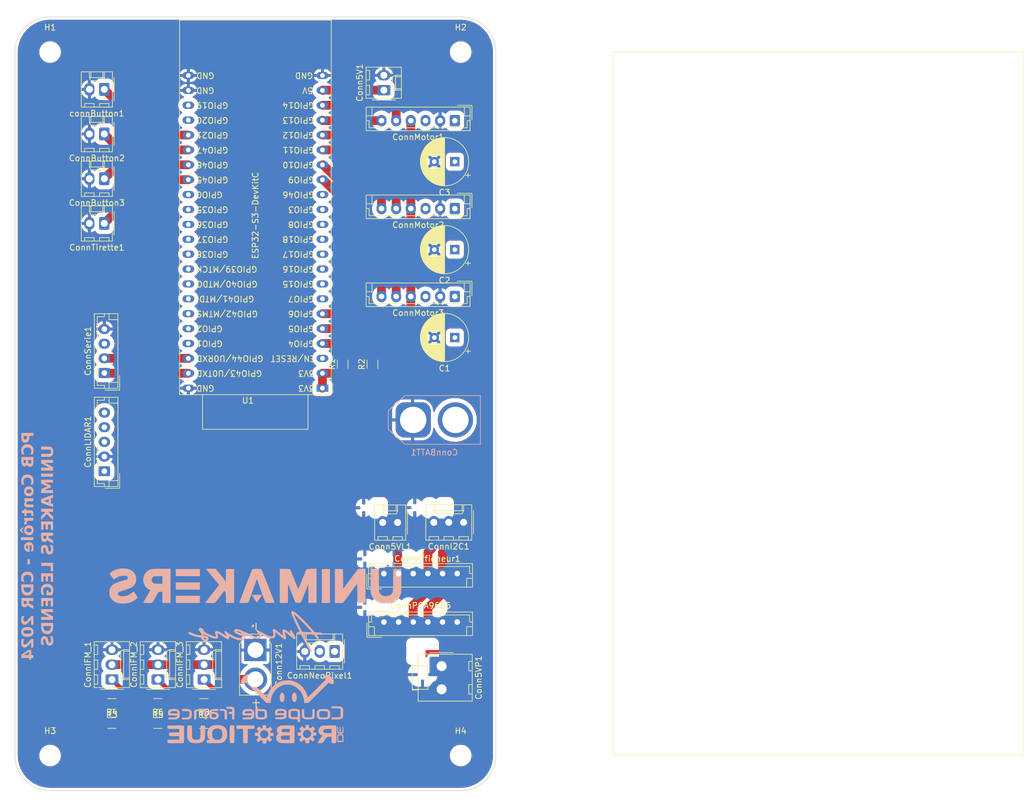
<source format=kicad_pcb>
(kicad_pcb (version 20221018) (generator pcbnew)
  (layers (0 "F.Cu" signal) (31 "B.Cu" signal) (34 "B.Paste" user) (35 "F.Paste" user) (36 "B.SilkS" user "B.Silkscreen") (37 "F.SilkS" user "F.Silkscreen") (38 "B.Mask" user) (39 "F.Mask" user) (44 "Edge.Cuts" user))
  (net 0 "")
  (net 1 "+BATT")
  (net 2 "GND")
  (net 3 "+5V")
  (net 4 "+5VL")
  (net 5 "+5VP")
  (net 6 "+12V")
  (net 7 "SCL")
  (net 8 "SDA")
  (net 9 "RESET_OLED")
  (net 10 "logique1")
  (net 11 "logique2")
  (net 12 "logique3")
  (net 13 "Net-(ConnIFM_1-Pin_1)")
  (net 14 "Net-(ConnIFM_2-Pin_1)")
  (net 15 "Net-(ConnIFM_3-Pin_1)")
  (net 16 "PWMLIDAR")
  (net 17 "LIDARRX")
  (net 18 "LIDARTX")
  (net 20 "EN")
  (net 21 "STEP1")
  (net 22 "DIR1")
  (net 24 "STEP2")
  (net 25 "DIR2")
  (net 27 "STEP3")
  (net 28 "DIR3")
  (net 29 "Neopixel")
  (net 30 "SERVO_ENABLE")
  (net 31 "SERIAL_TX")
  (net 32 "SERIAL_RX")
  (net 33 "Tirette")
  (net 34 "+3.3V")
  (net 35 "IFM1")
  (net 36 "IFM2")
  (net 37 "IFM3")
  (footprint "MountingHole:MountingHole_3.2mm_M3" (layer "F.Cu") (at 330 80)
    (fp_text reference "H2" (at 0 -4.2) (layer "F.SilkS"))
    (fp_text value "MountingHole")
    (pad "" np_thru_hole circle locked (at 0 0) (size 3.2 3.2) (drill 3.2) (layers "*.Cu" "*.Mask"))
  )
  (footprint "MountingHole:MountingHole_3.2mm_M3" (layer "F.Cu") (at 260 80)
    (fp_text reference "H1" (at 0 -4.2) (layer "F.SilkS"))
    (fp_text value "MountingHole")
    (pad "" np_thru_hole circle locked (at 0 0) (size 3.2 3.2) (drill 3.2) (layers "*.Cu" "*.Mask"))
  )
  (footprint "Connector_Molex:Molex_KK-254_AE-6410-02A_1x02_P2.54mm_Vertical" (layer "F.Cu") (at 269.24 101.6 180)
    (fp_text reference "ConnButton3" (at 1.27 -4.12) (layer "F.SilkS"))
    (fp_text value "ConnButton3")
    (pad "1" thru_hole roundrect (at 0 0 180) (size 1.74 2.19) (drill 1.19) (layers "*.Cu" "*.Mask") (roundrect_rratio 0.143678) (net 12 "logique3"))
    (pad "2" thru_hole oval (at 2.54 0 180) (size 1.74 2.19) (drill 1.19) (layers "*.Cu" "*.Mask") (net 2 "GND"))
  )
  (footprint "Connector_Molex:Molex_KK-254_AE-6410-03A_1x03_P2.54mm_Vertical" (layer "F.Cu") (at 286.25 187.04 90)
    (fp_text reference "ConnIFM_3" (at 2.54 -4.12 90) (layer "F.SilkS"))
    (fp_text value "ConnIFM_3")
    (pad "1" thru_hole roundrect (at 0 0 90) (size 1.74 2.19) (drill 1.19) (layers "*.Cu" "*.Mask") (roundrect_rratio 0.143678) (net 15 "Net-(ConnIFM_3-Pin_1)"))
    (pad "2" thru_hole oval (at 2.54 0 90) (size 1.74 2.19) (drill 1.19) (layers "*.Cu" "*.Mask") (net 6 "+12V"))
    (pad "3" thru_hole oval (at 5.08 0 90) (size 1.74 2.19) (drill 1.19) (layers "*.Cu" "*.Mask") (net 2 "GND"))
  )
  (footprint "Connector_JST:JST_EH_B5B-EH-A_1x05_P2.50mm_Vertical" (layer "F.Cu") (at 269.25 151.5 90)
    (fp_text reference "ConnLIDAR1" (at 5 -2.8 90) (layer "F.SilkS"))
    (fp_text value "ConnLIDAR")
    (pad "1" thru_hole roundrect (at 0 0 90) (size 1.7 1.95) (drill 0.95) (layers "*.Cu" "*.Mask") (roundrect_rratio 0.147059) (net 16 "PWMLIDAR"))
    (pad "2" thru_hole oval (at 2.5 0 90) (size 1.7 1.95) (drill 0.95) (layers "*.Cu" "*.Mask") (net 2 "GND"))
    (pad "3" thru_hole oval (at 5 0 90) (size 1.7 1.95) (drill 0.95) (layers "*.Cu" "*.Mask") (net 17 "LIDARRX"))
    (pad "4" thru_hole oval (at 7.5 0 90) (size 1.7 1.95) (drill 0.95) (layers "*.Cu" "*.Mask") (net 18 "LIDARTX"))
    (pad "5" thru_hole oval (at 10 0 90) (size 1.7 1.95) (drill 0.95) (layers "*.Cu" "*.Mask") (net 4 "+5VL"))
  )
  (footprint "Connector_Molex:Molex_KK-254_AE-6410-03A_1x03_P2.54mm_Vertical" (layer "F.Cu") (at 330.5 160.23 180)
    (fp_text reference "ConnI2C1" (at 2.54 -4.12) (layer "F.SilkS"))
    (fp_text value "ConnI2C")
    (pad "1" thru_hole roundrect (at 0 0 180) (size 1.74 2.19) (drill 1.19) (layers "*.Cu" "*.Mask") (roundrect_rratio 0.143678) (net 8 "SDA"))
    (pad "2" thru_hole oval (at 2.54 0 180) (size 1.74 2.19) (drill 1.19) (layers "*.Cu" "*.Mask") (net 7 "SCL"))
    (pad "3" thru_hole oval (at 5.08 0 180) (size 1.74 2.19) (drill 1.19) (layers "*.Cu" "*.Mask") (net 2 "GND"))
  )
  (footprint "Resistor_SMD:R_1206_3216Metric_Pad1.30x1.75mm_HandSolder" (layer "F.Cu") (at 270.53 191.21 180)
    (fp_text reference "R3" (at 0 -1.82) (layer "F.SilkS"))
    (fp_text value "470")
    (pad "1" smd roundrect (at -1.55 0 180) (size 1.3 1.75) (layers "F.Cu" "F.Paste" "F.Mask") (roundrect_rratio 0.192308) (net 13 "Net-(ConnIFM_1-Pin_1)"))
    (pad "2" smd roundrect (at 1.55 0 180) (size 1.3 1.75) (layers "F.Cu" "F.Paste" "F.Mask") (roundrect_rratio 0.192308) (net 35 "IFM1"))
  )
  (footprint "Resistor_SMD:R_1206_3216Metric_Pad1.30x1.75mm_HandSolder" (layer "F.Cu") (at 314.96 133.25 90)
    (fp_text reference "R2" (at 0 -1.82 90) (layer "F.SilkS"))
    (fp_text value "4,7k")
    (pad "1" smd roundrect (at -1.55 0 90) (size 1.3 1.75) (layers "F.Cu" "F.Paste" "F.Mask") (roundrect_rratio 0.192308) (net 34 "+3.3V"))
    (pad "2" smd roundrect (at 1.55 0 90) (size 1.3 1.75) (layers "F.Cu" "F.Paste" "F.Mask") (roundrect_rratio 0.192308) (net 8 "SDA"))
  )
  (footprint "Connector_JST:JST_EH_B4B-EH-A_1x04_P2.50mm_Vertical" (layer "F.Cu") (at 269.25 134.75 90)
    (fp_text reference "ConnSerie1" (at 3.75 -2.8 90) (layer "F.SilkS"))
    (fp_text value "ConnSerie")
    (pad "1" thru_hole roundrect (at 0 0 90) (size 1.7 1.95) (drill 0.95) (layers "*.Cu" "*.Mask") (roundrect_rratio 0.147059) (net 31 "SERIAL_TX"))
    (pad "2" thru_hole oval (at 2.5 0 90) (size 1.7 1.95) (drill 0.95) (layers "*.Cu" "*.Mask") (net 32 "SERIAL_RX"))
    (pad "3" thru_hole oval (at 5 0 90) (size 1.7 1.95) (drill 0.95) (layers "*.Cu" "*.Mask") (net 4 "+5VL"))
    (pad "4" thru_hole oval (at 7.5 0 90) (size 1.7 1.95) (drill 0.95) (layers "*.Cu" "*.Mask") (net 2 "GND"))
  )
  (footprint "Resistor_SMD:R_1206_3216Metric_Pad1.30x1.75mm_HandSolder" (layer "F.Cu") (at 286.23 191.21 180)
    (fp_text reference "R7" (at 0 -1.82) (layer "F.SilkS"))
    (fp_text value "470")
    (pad "1" smd roundrect (at -1.55 0 180) (size 1.3 1.75) (layers "F.Cu" "F.Paste" "F.Mask") (roundrect_rratio 0.192308) (net 15 "Net-(ConnIFM_3-Pin_1)"))
    (pad "2" smd roundrect (at 1.55 0 180) (size 1.3 1.75) (layers "F.Cu" "F.Paste" "F.Mask") (roundrect_rratio 0.192308) (net 37 "IFM3"))
  )
  (footprint "Connector_Molex:Molex_KK-254_AE-6410-03A_1x03_P2.54mm_Vertical" (layer "F.Cu") (at 308.5 182.25 180)
    (fp_text reference "ConnNeoPixel1" (at 2.54 -4.12) (layer "F.SilkS"))
    (fp_text value "ConnNeoPixel")
    (pad "1" thru_hole roundrect (at 0 0 180) (size 1.74 2.19) (drill 1.19) (layers "*.Cu" "*.Mask") (roundrect_rratio 0.143678) (net 29 "Neopixel"))
    (pad "2" thru_hole oval (at 2.54 0 180) (size 1.74 2.19) (drill 1.19) (layers "*.Cu" "*.Mask") (net 5 "+5VP"))
    (pad "3" thru_hole oval (at 5.08 0 180) (size 1.74 2.19) (drill 1.19) (layers "*.Cu" "*.Mask") (net 2 "GND"))
  )
  (footprint "Resistor_SMD:R_1206_3216Metric_Pad1.30x1.75mm_HandSolder" (layer "F.Cu") (at 286.23 194.46)
    (fp_text reference "R8" (at 0 -1.82) (layer "F.SilkS"))
    (fp_text value "110")
    (pad "1" smd roundrect (at -1.55 0) (size 1.3 1.75) (layers "F.Cu" "F.Paste" "F.Mask") (roundrect_rratio 0.192308) (net 37 "IFM3"))
    (pad "2" smd roundrect (at 1.55 0) (size 1.3 1.75) (layers "F.Cu" "F.Paste" "F.Mask") (roundrect_rratio 0.192308) (net 2 "GND"))
  )
  (footprint "Connector_JST:JST_EH_B6B-EH-A_1x06_P2.50mm_Vertical" (layer "F.Cu") (at 329 91.7 180)
    (fp_text reference "ConnMotor1" (at 6.25 -2.8 180) (layer "F.SilkS"))
    (fp_text value "ConnMotor1")
    (pad "1" thru_hole roundrect (at 0 0 180) (size 1.7 1.95) (drill 0.95) (layers "*.Cu" "*.Mask") (roundrect_rratio 0.147059) (net 1 "+BATT"))
    (pad "2" thru_hole oval (at 2.5 0 180) (size 1.7 1.95) (drill 0.95) (layers "*.Cu" "*.Mask") (net 2 "GND"))
    (pad "3" thru_hole oval (at 5 0 180) (size 1.7 1.95) (drill 0.95) (layers "*.Cu" "*.Mask"))
    (pad "4" thru_hole oval (at 7.5 0 180) (size 1.7 1.95) (drill 0.95) (layers "*.Cu" "*.Mask") (net 20 "EN"))
    (pad "5" thru_hole oval (at 10 0 180) (size 1.7 1.95) (drill 0.95) (layers "*.Cu" "*.Mask") (net 21 "STEP1"))
    (pad "6" thru_hole oval (at 12.5 0 180) (size 1.7 1.95) (drill 0.95) (layers "*.Cu" "*.Mask") (net 22 "DIR1"))
  )
  (footprint "Connector_Molex:Molex_KK-396_A-41791-0002_1x02_P3.96mm_Vertical" (layer "F.Cu") (at 326.75 184.75 -90)
    (fp_text reference "Conn5VP1" (at 1.98 -6.31 -270) (layer "F.SilkS"))
    (fp_text value "Conn5VP")
    (pad "1" thru_hole roundrect (at 0 0 270) (size 3.16 4.1) (drill 1.7) (layers "*.Cu" "*.Mask") (roundrect_rratio 0.079114) (net 5 "+5VP"))
    (pad "2" thru_hole oval (at 3.96 0 270) (size 3.16 4.1) (drill 1.7) (layers "*.Cu" "*.Mask") (net 2 "GND"))
  )
  (footprint "Capacitor_THT:CP_Radial_D8.0mm_P3.50mm" (layer "F.Cu") (at 329 98.7 180)
    (fp_text reference "C3" (at 1.75 -5.25) (layer "F.SilkS"))
    (fp_text value "C_Polarized")
    (pad "1" thru_hole rect (at 0 0 180) (size 1.6 1.6) (drill 0.8) (layers "*.Cu" "*.Mask") (net 1 "+BATT"))
    (pad "2" thru_hole circle (at 3.5 0 180) (size 1.6 1.6) (drill 0.8) (layers "*.Cu" "*.Mask") (net 2 "GND"))
  )
  (footprint "Connector_JST:JST_EH_B6B-EH-A_1x06_P2.50mm_Vertical" (layer "F.Cu") (at 316.91 168.97)
    (fp_text reference "ConnAfficheur1" (at 7.42 -2.54) (layer "F.SilkS"))
    (fp_text value "ConnAfficheur")
    (pad "1" thru_hole roundrect (at 0 0) (size 1.7 1.95) (drill 0.95) (layers "*.Cu" "*.Mask") (roundrect_rratio 0.147059) (net 2 "GND"))
    (pad "2" thru_hole oval (at 2.5 0) (size 1.7 1.95) (drill 0.95) (layers "*.Cu" "*.Mask") (net 4 "+5VL"))
    (pad "3" thru_hole oval (at 5 0) (size 1.7 1.95) (drill 0.95) (layers "*.Cu" "*.Mask") (net 2 "GND"))
    (pad "4" thru_hole oval (at 7.5 0) (size 1.7 1.95) (drill 0.95) (layers "*.Cu" "*.Mask") (net 7 "SCL"))
    (pad "5" thru_hole oval (at 10 0) (size 1.7 1.95) (drill 0.95) (layers "*.Cu" "*.Mask") (net 8 "SDA"))
    (pad "6" thru_hole oval (at 12.5 0) (size 1.7 1.95) (drill 0.95) (layers "*.Cu" "*.Mask") (net 9 "RESET_OLED"))
  )
  (footprint "Connector_JST:JST_EH_B6B-EH-A_1x06_P2.50mm_Vertical" (layer "F.Cu") (at 329 106.7 180)
    (fp_text reference "ConnMotor2" (at 6.25 -2.8 180) (layer "F.SilkS"))
    (fp_text value "ConnMotor2")
    (pad "1" thru_hole roundrect (at 0 0 180) (size 1.7 1.95) (drill 0.95) (layers "*.Cu" "*.Mask") (roundrect_rratio 0.147059) (net 1 "+BATT"))
    (pad "2" thru_hole oval (at 2.5 0 180) (size 1.7 1.95) (drill 0.95) (layers "*.Cu" "*.Mask") (net 2 "GND"))
    (pad "3" thru_hole oval (at 5 0 180) (size 1.7 1.95) (drill 0.95) (layers "*.Cu" "*.Mask"))
    (pad "4" thru_hole oval (at 7.5 0 180) (size 1.7 1.95) (drill 0.95) (layers "*.Cu" "*.Mask") (net 20 "EN"))
    (pad "5" thru_hole oval (at 10 0 180) (size 1.7 1.95) (drill 0.95) (layers "*.Cu" "*.Mask") (net 24 "STEP2"))
    (pad "6" thru_hole oval (at 12.5 0 180) (size 1.7 1.95) (drill 0.95) (layers "*.Cu" "*.Mask") (net 25 "DIR2"))
  )
  (footprint "Connector_Molex:Molex_KK-254_AE-6410-02A_1x02_P2.54mm_Vertical" (layer "F.Cu") (at 316.9 86.5 90)
    (fp_text reference "Conn5V1" (at 1.27 -4.12 90) (layer "F.SilkS"))
    (fp_text value "Conn5V")
    (pad "1" thru_hole roundrect (at 0 0 90) (size 1.74 2.19) (drill 1.19) (layers "*.Cu" "*.Mask") (roundrect_rratio 0.143678) (net 3 "+5V"))
    (pad "2" thru_hole oval (at 2.54 0 90) (size 1.74 2.19) (drill 1.19) (layers "*.Cu" "*.Mask") (net 2 "GND"))
  )
  (footprint "PCM_Espressif:ESP32-S3-DevKitC" (layer "F.Cu") (at 306.43 137.33728 180)
    (fp_text reference "U1" (at 12.7 -2.1) (layer "F.SilkS"))
    (fp_text value "ESP32-S3-DevKitC" (at 11.42632 29.46128 90) (layer "F.SilkS"))
    (fp_text user "GPIO2" (at 21.59 10.16 180 unlocked) (layer "F.SilkS") (effects (justify right)))
    (fp_text user "GPIO20" (at 21.59 45.72 180 unlocked) (layer "F.SilkS") (effects (justify right)))
    (fp_text user "GPIO39/MTCK" (at 21.59 20.32 180 unlocked) (layer "F.SilkS") (effects (justify right)))
    (fp_text user "GPIO14" (at 1.27 48.26 180 unlocked) (layer "F.SilkS") (effects (justify left)))
    (fp_text user "GND" (at 21.59 53.34 180 unlocked) (layer "F.SilkS") (effects (justify right)))
    (fp_text user "GPIO37" (at 21.59 25.4 180 unlocked) (layer "F.SilkS") (effects (justify right)))
    (fp_text user "GPIO8" (at 1.27 27.94 180 unlocked) (layer "F.SilkS") (effects (justify left)))
    (fp_text user "GND" (at 1.52032 53.33728 180 unlocked) (layer "F.SilkS") (effects (justify left)))
    (fp_text user "EN/RESET" (at 8.88632 5.07728 180 unlocked) (layer "F.SilkS") (effects (justify right)))
    (fp_text user "GPIO3" (at 1.27 30.48 180 unlocked) (layer "F.SilkS") (effects (justify left)))
    (fp_text user "GPIO0" (at 21.59 33.02 180 unlocked) (layer "F.SilkS") (effects (justify right)))
    (fp_text user "GPIO17" (at 1.27 22.86 180 unlocked) (layer "F.SilkS") (effects (justify left)))
    (fp_text user "GPIO48" (at 21.59 38.1 180 unlocked) (layer "F.SilkS") (effects (justify right)))
    (fp_text user "3V3" (at 1.27 0 180 unlocked) (layer "F.SilkS") (effects (justify left)))
    (fp_text user "GPIO10" (at 1.27 38.1 180 unlocked) (layer "F.SilkS") (effects (justify left)))
    (fp_text user "5V" (at 1.52032 50.79728 180 unlocked) (layer "F.SilkS") (effects (justify left)))
    (fp_text user "GPIO46" (at 1.27 33.02 180 unlocked) (layer "F.SilkS") (effects (justify left)))
    (fp_text user "GPIO13" (at 1.27 45.72 180 unlocked) (layer "F.SilkS") (effects (justify left)))
    (fp_text user "GPIO4" (at 1.27 7.62 180 unlocked) (layer "F.SilkS") (effects (justify left)))
    (fp_text user "GPIO12" (at 1.27 43.18 180 unlocked) (layer "F.SilkS") (effects (justify left)))
    (fp_text user "GPIO44/U0RXD" (at 21.59 5.08 180 unlocked) (layer "F.SilkS") (effects (justify right)))
    (fp_text user "GPIO45" (at 21.59 35.56 180 unlocked) (layer "F.SilkS") (effects (justify right)))
    (fp_text user "GPIO35" (at 21.59 30.48 180 unlocked) (layer "F.SilkS") (effects (justify right)))
    (fp_text user "GND" (at 21.59 50.8 180 unlocked) (layer "F.SilkS") (effects (justify right)))
    (fp_text user "GPIO41/MTDI" (at 21.59 15.24 180 unlocked) (layer "F.SilkS") (effects (justify right)))
    (fp_text user "GPIO6" (at 1.27 12.7 180 unlocked) (layer "F.SilkS") (effects (justify left)))
    (fp_text user "GND" (at 21.59 0 180 unlocked) (layer "F.SilkS") (effects (justify right)))
    (fp_text user "GPIO43/U0TXD" (at 21.59 2.54 180 unlocked) (layer "F.SilkS") (effects (justify right)))
    (fp_text user "GPIO9" (at 1.27 35.56 180 unlocked) (layer "F.SilkS") (effects (justify left)))
    (fp_text user "GPIO5" (at 1.27 10.16 180 unlocked) (layer "F.SilkS") (effects (justify left)))
    (fp_text user "GPIO16" (at 1.27 20.32 180 unlocked) (layer "F.SilkS") (effects (justify left)))
    (fp_text user "GPIO1" (at 21.59 7.62 180 unlocked) (layer "F.SilkS") (effects (justify right)))
    (fp_text user "GPIO11" (at 1.27 40.64 180 unlocked) (layer "F.SilkS") (effects (justify left)))
    (fp_text user "GPIO36" (at 21.59 27.94 180 unlocked) (layer "F.SilkS") (effects (justify right)))
    (fp_text user "GPIO18" (at 1.27 25.4 180 unlocked) (layer "F.SilkS") (effects (justify left)))
    (fp_text user "GPIO40/MTDO" (at 21.59 17.78 180 unlocked) (layer "F.SilkS") (effects (justify right)))
    (fp_text user "GPIO15" (at 1.27 17.78 180 unlocked) (layer "F.SilkS") (effects (justify left)))
    (fp_text user "GPIO42/MTMS" (at 21.59 12.7 180 unlocked) (layer "F.SilkS") (effects (justify right)))
    (fp_text user "GPIO19" (at 21.59 48.26 180 unlocked) (layer "F.SilkS") (effects (justify right)))
    (fp_text user "3V3" (at 1.27 2.54 180 unlocked) (layer "F.SilkS") (effects (justify left)))
    (fp_text user "GPIO7" (at 1.27 15.24 180 unlocked) (layer "F.SilkS") (effects (justify left)))
    (fp_text user "GPIO21" (at 21.59 43.18 180 unlocked) (layer "F.SilkS") (effects (justify right)))
    (fp_text user "GPIO47" (at 21.59 40.64 180 unlocked) (layer "F.SilkS") (effects (justify right)))
    (fp_text user "GPIO38" (at 21.59 22.86 180 unlocked) (layer "F.SilkS") (effects (justify right)))
    (pad "1" thru_hole rect (at 0 0 90) (size 1.2 2) (drill 0.8) (layers "*.Cu" "*.Mask") (net 34 "+3.3V"))
    (pad "2" thru_hole oval (at 0 2.54 90) (size 1.2 2) (drill 0.8) (layers "*.Cu" "*.Mask") (net 34 "+3.3V"))
    (pad "3" thru_hole oval (at 0 5.08 90) (size 1.2 2) (drill 0.8) (layers "*.Cu" "*.Mask"))
    (pad "4" thru_hole oval (at 0 7.62 90) (size 1.2 2) (drill 0.8) (layers "*.Cu" "*.Mask") (net 7 "SCL"))
    (pad "5" thru_hole oval (at 0 10.16 90) (size 1.2 2) (drill 0.8) (layers "*.Cu" "*.Mask") (net 8 "SDA"))
    (pad "6" thru_hole oval (at 0 12.7 90) (size 1.2 2) (drill 0.8) (layers "*.Cu" "*.Mask") (net 20 "EN"))
    (pad "7" thru_hole oval (at 0 15.24 90) (size 1.2 2) (drill 0.8) (layers "*.Cu" "*.Mask") (net 29 "Neopixel"))
    (pad "8" thru_hole oval (at 0 17.78 90) (size 1.2 2) (drill 0.8) (layers "*.Cu" "*.Mask"))
    (pad "9" thru_hole oval (at 0 20.32 90) (size 1.2 2) (drill 0.8) (layers "*.Cu" "*.Mask"))
    (pad "10" thru_hole oval (at 0 22.86 90) (size 1.2 2) (drill 0.8) (layers "*.Cu" "*.Mask") (net 17 "LIDARRX"))
    (pad "11" thru_hole oval (at 0 25.4 90) (size 1.2 2) (drill 0.8) (layers "*.Cu" "*.Mask") (net 18 "LIDARTX"))
    (pad "12" thru_hole oval (at 0 27.94 90) (size 1.2 2) (drill 0.8) (layers "*.Cu" "*.Mask"))
    (pad "13" thru_hole oval (at 0 30.48 90) (size 1.2 2) (drill 0.8) (layers "*.Cu" "*.Mask") (net 16 "PWMLIDAR"))
    (pad "14" thru_hole oval (at 0 33.02 90) (size 1.2 2) (drill 0.8) (layers "*.Cu" "*.Mask") (net 37 "IFM3"))
    (pad "15" thru_hole oval (at 0 35.56 90) (size 1.2 2) (drill 0.8) (layers "*.Cu" "*.Mask") (net 28 "DIR3"))
    (pad "16" thru_hole oval (at 0 38.1 90) (size 1.2 2) (drill 0.8) (layers "*.Cu" "*.Mask") (net 27 "STEP3"))
    (pad "17" thru_hole oval (at 0 40.64 90) (size 1.2 2) (drill 0.8) (layers "*.Cu" "*.Mask") (net 25 "DIR2"))
    (pad "18" thru_hole oval (at 0 43.18 90) (size 1.2 2) (drill 0.8) (layers "*.Cu" "*.Mask") (net 24 "STEP2"))
    (pad "19" thru_hole oval (at 0 45.72 90) (size 1.2 2) (drill 0.8) (layers "*.Cu" "*.Mask") (net 22 "DIR1"))
    (pad "20" thru_hole oval (at -0.00368 48.25728 90) (size 1.2 2) (drill 0.8) (layers "*.Cu" "*.Mask") (net 21 "STEP1"))
    (pad "21" thru_hole oval (at -0.00368 50.79728 90) (size 1.2 2) (drill 0.8) (layers "*.Cu" "*.Mask") (net 3 "+5V"))
    (pad "22" thru_hole oval (at -0.00368 53.33728 90) (size 1.2 2) (drill 0.8) (layers "*.Cu" "*.Mask") (net 2 "GND"))
    (pad "23" thru_hole oval (at 22.86 53.34 90) (size 1.2 2) (drill 0.8) (layers "*.Cu" "*.Mask") (net 2 "GND"))
    (pad "24" thru_hole oval (at 22.86 50.8 90) (size 1.2 2) (drill 0.8) (layers "*.Cu" "*.Mask") (net 2 "GND"))
    (pad "25" thru_hole oval (at 22.86 48.26 90) (size 1.2 2) (drill 0.8) (layers "*.Cu" "*.Mask"))
    (pad "26" thru_hole oval (at 22.86 45.72 90) (size 1.2 2) (drill 0.8) (layers "*.Cu" "*.Mask"))
    (pad "27" thru_hole oval (at 22.86 43.18 90) (size 1.2 2) (drill 0.8) (layers "*.Cu" "*.Mask") (net 10 "logique1"))
    (pad "28" thru_hole oval (at 22.86 40.64 90) (size 1.2 2) (drill 0.8) (layers "*.Cu" "*.Mask") (net 11 "logique2"))
    (pad "29" thru_hole oval (at 22.86 38.1 90) (size 1.2 2) (drill 0.8) (layers "*.Cu" "*.Mask") (net 12 "logique3"))
    (pad "30" thru_hole oval (at 22.86 35.56 90) (size 1.2 2) (drill 0.8) (layers "*.Cu" "*.Mask") (net 33 "Tirette"))
    (pad "31" thru_hole oval (at 22.86 33.02 90) (size 1.2 2) (drill 0.8) (layers "*.Cu" "*.Mask"))
    (pad "32" thru_hole oval (at 22.86 30.48 90) (size 1.2 2) (drill 0.8) (layers "*.Cu" "*.Mask"))
    (pad "33" thru_hole oval (at 22.86 27.94 90) (size 1.2 2) (drill 0.8) (layers "*.Cu" "*.Mask") (net 30 "SERVO_ENABLE"))
    (pad "34" thru_hole oval (at 22.86 25.4 90) (size 1.2 2) (drill 0.8) (layers "*.Cu" "*.Mask") (net 36 "IFM2"))
    (pad "35" thru_hole oval (at 22.86 22.86 90) (size 1.2 2) (drill 0.8) (layers "*.Cu" "*.Mask") (net 35 "IFM1"))
    (pad "36" thru_hole oval (at 22.86 20.32 90) (size 1.2 2) (drill 0.8) (layers "*.Cu" "*.Mask"))
    (pad "37" thru_hole oval (at 22.86 17.78 90) (size 1.2 2) (drill 0.8) (layers "*.Cu" "*.Mask"))
    (pad "38" thru_hole oval (at 22.86 15.24 90) (size 1.2 2) (drill 0.8) (layers "*.Cu" "*.Mask"))
    (pad "39" thru_hole oval (at 22.86 12.7 90) (size 1.2 2) (drill 0.8) (layers "*.Cu" "*.Mask"))
    (pad "40" thru_hole oval (at 22.86 10.16 90) (size 1.2 2) (drill 0.8) (layers "*.Cu" "*.Mask"))
    (pad "41" thru_hole oval (at 22.86 7.62 90) (size 1.2 2) (drill 0.8) (layers "*.Cu" "*.Mask") (net 29 "Neopixel"))
    (pad "42" thru_hole oval (at 22.86 5.08 90) (size 1.2 2) (drill 0.8) (layers "*.Cu" "*.Mask") (net 32 "SERIAL_RX"))
    (pad "43" thru_hole oval (at 22.86 2.54 90) (size 1.2 2) (drill 0.8) (layers "*.Cu" "*.Mask") (net 31 "SERIAL_TX"))
    (pad "44" thru_hole oval (at 22.86 0 90) (size 1.2 2) (drill 0.8) (layers "*.Cu" "*.Mask") (net 2 "GND"))
  )
  (footprint "Resistor_SMD:R_1206_3216Metric_Pad1.30x1.75mm_HandSolder" (layer "F.Cu") (at 278.38 191.21 180)
    (fp_text reference "R5" (at 0 -1.82) (layer "F.SilkS"))
    (fp_text value "470")
    (pad "1" smd roundrect (at -1.55 0 180) (size 1.3 1.75) (layers "F.Cu" "F.Paste" "F.Mask") (roundrect_rratio 0.192308) (net 14 "Net-(ConnIFM_2-Pin_1)"))
    (pad "2" smd roundrect (at 1.55 0 180) (size 1.3 1.75) (layers "F.Cu" "F.Paste" "F.Mask") (roundrect_rratio 0.192308) (net 36 "IFM2"))
  )
  (footprint "Resistor_SMD:R_1206_3216Metric_Pad1.30x1.75mm_HandSolder" (layer "F.Cu") (at 270.53 194.46)
    (fp_text reference "R4" (at 0 -1.82) (layer "F.SilkS"))
    (fp_text value "110")
    (pad "1" smd roundrect (at -1.55 0) (size 1.3 1.75) (layers "F.Cu" "F.Paste" "F.Mask") (roundrect_rratio 0.192308) (net 35 "IFM1"))
    (pad "2" smd roundrect (at 1.55 0) (size 1.3 1.75) (layers "F.Cu" "F.Paste" "F.Mask") (roundrect_rratio 0.192308) (net 2 "GND"))
  )
  (footprint "Connector_Molex:Molex_KK-254_AE-6410-02A_1x02_P2.54mm_Vertical" (layer "F.Cu") (at 319.25 160.25 180)
    (fp_text reference "Conn5VL1" (at 1.27 -4.12) (layer "F.SilkS"))
    (fp_text value "Conn5VL")
    (pad "1" thru_hole roundrect (at 0 0 180) (size 1.74 2.19) (drill 1.19) (layers "*.Cu" "*.Mask") (roundrect_rratio 0.143678) (net 4 "+5VL"))
    (pad "2" thru_hole oval (at 2.54 0 180) (size 1.74 2.19) (drill 1.19) (layers "*.Cu" "*.Mask") (net 2 "GND"))
  )
  (footprint "Resistor_SMD:R_1206_3216Metric_Pad1.30x1.75mm_HandSolder" (layer "F.Cu") (at 309.88 133.25 90)
    (fp_text reference "R1" (at 0 -1.82 90) (layer "F.SilkS"))
    (fp_text value "4,7k")
    (pad "1" smd roundrect (at -1.55 0 90) (size 1.3 1.75) (layers "F.Cu" "F.Paste" "F.Mask") (roundrect_rratio 0.192308) (net 34 "+3.3V"))
    (pad "2" smd roundrect (at 1.55 0 90) (size 1.3 1.75) (layers "F.Cu" "F.Paste" "F.Mask") (roundrect_rratio 0.192308) (net 7 "SCL"))
  )
  (footprint "Connector_Molex:Molex_KK-254_AE-6410-02A_1x02_P2.54mm_Vertical" (layer "F.Cu") (at 269.24 93.98 180)
    (fp_text reference "ConnButton2" (at 1.27 -4.12) (layer "F.SilkS"))
    (fp_text value "ConnButton2")
    (pad "1" thru_hole roundrect (at 0 0 180) (size 1.74 2.19) (drill 1.19) (layers "*.Cu" "*.Mask") (roundrect_rratio 0.143678) (net 11 "logique2"))
    (pad "2" thru_hole oval (at 2.54 0 180) (size 1.74 2.19) (drill 1.19) (layers "*.Cu" "*.Mask") (net 2 "GND"))
  )
  (footprint "Connector_JST:JST_EH_B6B-EH-A_1x06_P2.50mm_Vertical" (layer "F.Cu") (at 316.91 177.23)
    (fp_text reference "ConnPCA9685" (at 6.25 -2.8) (layer "F.SilkS"))
    (fp_text value "ConnPCA9685")
    (pad "1" thru_hole roundrect (at 0 0) (size 1.7 1.95) (drill 0.95) (layers "*.Cu" "*.Mask") (roundrect_rratio 0.147059) (net 2 "GND"))
    (pad "2" thru_hole oval (at 2.5 0) (size 1.7 1.95) (drill 0.95) (layers "*.Cu" "*.Mask") (net 30 "SERVO_ENABLE"))
    (pad "3" thru_hole oval (at 5 0) (size 1.7 1.95) (drill 0.95) (layers "*.Cu" "*.Mask") (net 7 "SCL"))
    (pad "4" thru_hole oval (at 7.5 0) (size 1.7 1.95) (drill 0.95) (layers "*.Cu" "*.Mask") (net 8 "SDA"))
    (pad "5" thru_hole oval (at 10 0) (size 1.7 1.95) (drill 0.95) (layers "*.Cu" "*.Mask") (net 3 "+5V"))
    (pad "6" thru_hole oval (at 12.5 0) (size 1.7 1.95) (drill 0.95) (layers "*.Cu" "*.Mask") (net 5 "+5VP"))
  )
  (footprint "Connector_Molex:Molex_KK-254_AE-6410-03A_1x03_P2.54mm_Vertical" (layer "F.Cu") (at 278.4 187.04 90)
    (fp_text reference "ConnIFM_2" (at 2.54 -4.12 90) (layer "F.SilkS"))
    (fp_text value "ConnIFM_2")
    (pad "1" thru_hole roundrect (at 0 0 90) (size 1.74 2.19) (drill 1.19) (layers "*.Cu" "*.Mask") (roundrect_rratio 0.143678) (net 14 "Net-(ConnIFM_2-Pin_1)"))
    (pad "2" thru_hole oval (at 2.54 0 90) (size 1.74 2.19) (drill 1.19) (layers "*.Cu" "*.Mask") (net 6 "+12V"))
    (pad "3" thru_hole oval (at 5.08 0 90) (size 1.74 2.19) (drill 1.19) (layers "*.Cu" "*.Mask") (net 2 "GND"))
  )
  (footprint "Connector_JST:JST_EH_B6B-EH-A_1x06_P2.50mm_Vertical" (layer "F.Cu") (at 329 121.7 180)
    (fp_text reference "ConnMotor3" (at 6.25 -2.8 180) (layer "F.SilkS"))
    (fp_text value "ConnMotor3")
    (pad "1" thru_hole roundrect (at 0 0 180) (size 1.7 1.95) (drill 0.95) (layers "*.Cu" "*.Mask") (roundrect_rratio 0.147059) (net 1 "+BATT"))
    (pad "2" thru_hole oval (at 2.5 0 180) (size 1.7 1.95) (drill 0.95) (layers "*.Cu" "*.Mask") (net 2 "GND"))
    (pad "3" thru_hole oval (at 5 0 180) (size 1.7 1.95) (drill 0.95) (layers "*.Cu" "*.Mask"))
    (pad "4" thru_hole oval (at 7.5 0 180) (size 1.7 1.95) (drill 0.95) (layers "*.Cu" "*.Mask") (net 20 "EN"))
    (pad "5" thru_hole oval (at 10 0 180) (size 1.7 1.95) (drill 0.95) (layers "*.Cu" "*.Mask") (net 27 "STEP3"))
    (pad "6" thru_hole oval (at 12.5 0 180) (size 1.7 1.95) (drill 0.95) (layers "*.Cu" "*.Mask") (net 28 "DIR3"))
  )
  (footprint "Capacitor_THT:CP_Radial_D8.0mm_P3.50mm" (layer "F.Cu") (at 329 128.7 180)
    (fp_text reference "C1" (at 1.75 -5.25) (layer "F.SilkS"))
    (fp_text value "C_Polarized")
    (pad "1" thru_hole rect (at 0 0 180) (size 1.6 1.6) (drill 0.8) (layers "*.Cu" "*.Mask") (net 1 "+BATT"))
    (pad "2" thru_hole circle (at 3.5 0 180) (size 1.6 1.6) (drill 0.8) (layers "*.Cu" "*.Mask") (net 2 "GND"))
  )
  (footprint "MountingHole:MountingHole_3.2mm_M3" (layer "F.Cu") (at 330 200)
    (fp_text reference "H4" (at 0 -4.2) (layer "F.SilkS"))
    (fp_text value "MountingHole")
    (pad "" np_thru_hole circle locked (at 0 0) (size 3.2 3.2) (drill 3.2) (layers "*.Cu" "*.Mask"))
  )
  (footprint "Connector_Molex:Molex_KK-254_AE-6410-03A_1x03_P2.54mm_Vertical" (layer "F.Cu") (at 270.55 187.04 90)
    (fp_text reference "ConnIFM_1" (at 2.54 -4.12 90) (layer "F.SilkS"))
    (fp_text value "ConnIFM_1")
    (pad "1" thru_hole roundrect (at 0 0 90) (size 1.74 2.19) (drill 1.19) (layers "*.Cu" "*.Mask") (roundrect_rratio 0.143678) (net 13 "Net-(ConnIFM_1-Pin_1)"))
    (pad "2" thru_hole oval (at 2.54 0 90) (size 1.74 2.19) (drill 1.19) (layers "*.Cu" "*.Mask") (net 6 "+12V"))
    (pad "3" thru_hole oval (at 5.08 0 90) (size 1.74 2.19) (drill 1.19) (layers "*.Cu" "*.Mask") (net 2 "GND"))
  )
  (footprint "Connector_Molex:Molex_KK-254_AE-6410-02A_1x02_P2.54mm_Vertical" (layer "F.Cu") (at 269.24 109.22 180)
    (fp_text reference "ConnTirette1" (at 1.27 -4.12) (layer "F.SilkS"))
    (fp_text value "ConnTirette")
    (pad "1" thru_hole roundrect (at 0 0 180) (size 1.74 2.19) (drill 1.19) (layers "*.Cu" "*.Mask") (roundrect_rratio 0.143678) (net 33 "Tirette"))
    (pad "2" thru_hole oval (at 2.54 0 180) (size 1.74 2.19) (drill 1.19) (layers "*.Cu" "*.Mask") (net 2 "GND"))
  )
  (footprint "Connector_Molex:Molex_KK-254_AE-6410-02A_1x02_P2.54mm_Vertical" (layer "F.Cu") (at 269.24 86.36 180)
    (fp_text reference "connButton1" (at 1.27 -4.12) (layer "F.SilkS"))
    (fp_text value "connButton1")
    (pad "1" thru_hole roundrect (at 0 0 180) (size 1.74 2.19) (drill 1.19) (layers "*.Cu" "*.Mask") (roundrect_rratio 0.143678) (net 10 "logique1"))
    (pad "2" thru_hole oval (at 2.54 0 180) (size 1.74 2.19) (drill 1.19) (layers "*.Cu" "*.Mask") (net 2 "GND"))
  )
  (footprint "Resistor_SMD:R_1206_3216Metric_Pad1.30x1.75mm_HandSolder" (layer "F.Cu") (at 278.38 194.46)
    (fp_text reference "R6" (at 0 -1.82) (layer "F.SilkS"))
    (fp_text value "110")
    (pad "1" smd roundrect (at -1.55 0) (size 1.3 1.75) (layers "F.Cu" "F.Paste" "F.Mask") (roundrect_rratio 0.192308) (net 36 "IFM2"))
    (pad "2" smd roundrect (at 1.55 0) (size 1.3 1.75) (layers "F.Cu" "F.Paste" "F.Mask") (roundrect_rratio 0.192308) (net 2 "GND"))
  )
  (footprint "MountingHole:MountingHole_3.2mm_M3" (layer "F.Cu") (at 260 200)
    (fp_text reference "H3" (at 0 -4.2) (layer "F.SilkS"))
    (fp_text value "MountingHole")
    (pad "" np_thru_hole circle locked (at 0 0) (size 3.2 3.2) (drill 3.2) (layers "*.Cu" "*.Mask"))
  )
  (footprint "Connector_AMASS:AMASS_XT30U-F_1x02_P5.0mm_Vertical" (layer "F.Cu") (at 295 182 -90)
    (fp_text reference "Conn12V1" (at 2.5 -4 90) (layer "F.SilkS"))
    (fp_text value "Conn12V")
    (fp_text user "+" (at 9 0 90) (layer "F.SilkS") (effects (font (size 1.5 1.5))))
    (fp_text user "-" (at -4 0 90) (layer "F.SilkS") (effects (font (size 1.5 1.5))))
    (pad "1" thru_hole rect (at 0 0 270) (size 3.8 3.8) (drill 2.7) (layers "*.Cu" "*.Mask") (net 2 "GND"))
    (pad "2" thru_hole circle (at 5 0 270) (size 4 4) (drill 2.7) (layers "*.Cu" "*.Mask") (net 6 "+12V"))
  )
  (footprint "Capacitor_THT:CP_Radial_D8.0mm_P3.50mm" (layer "F.Cu") (at 329 113.7 180)
    (fp_text reference "C2" (at 1.75 -5.25) (layer "F.SilkS"))
    (fp_text value "C_Polarized")
    (pad "1" thru_hole rect (at 0 0 180) (size 1.6 1.6) (drill 0.8) (layers "*.Cu" "*.Mask") (net 1 "+BATT"))
    (pad "2" thru_hole circle (at 3.5 0 180) (size 1.6 1.6) (drill 0.8) (layers "*.Cu" "*.Mask") (net 2 "GND"))
  )
  (footprint "LOGO" (layer "B.Cu") (at 295.000079 192.014 180)
    (fp_text reference "G***" hide)
    (fp_text value "LOGO" hide)
  )
  (footprint "LOGO" (layer "B.Cu") (at 294.986106 175.25 180)
    (fp_text reference "G***" hide)
    (fp_text value "LOGO" hide)
  )
  (footprint "Connector_AMASS:AMASS_XT60-F_1x02_P7.20mm_Vertical" (layer "B.Cu") (at 321.9 142.75)
    (fp_text reference "ConnBATT1" (at 3.6 5.55) (layer "B.SilkS") (effects (justify mirror)))
    (fp_text value "ConnBATT")
    (pad "1" thru_hole roundrect (at 0 0) (size 6 6) (drill 4.5) (layers "*.Cu" "*.Mask") (net 2 "GND"))
    (pad "2" thru_hole circle (at 7.2 0) (size 6 6) (drill 4.5) (layers "*.Cu" "*.Mask") (net 1 "+BATT"))
  )
  (gr_rect (start 356 80) (end 426 200) (stroke (width 0.1)) (fill none) (layer "F.SilkS"))
  (gr_arc locked (start 254 80) (mid 255.757359 75.757359) (end 260 74) (stroke (width 0.1)) (layer "Edge.Cuts"))
  (gr_arc locked (start 336 200) (mid 334.242641 204.242641) (end 330 206) (stroke (width 0.1)) (layer "Edge.Cuts"))
  (gr_line locked (start 330 206) (end 260 206) (stroke (width 0.1)) (layer "Edge.Cuts"))
  (gr_line locked (start 260 74) (end 330 74) (stroke (width 0.1)) (layer "Edge.Cuts"))
  (gr_arc locked (start 330 74) (mid 334.242641 75.757359) (end 336 80) (stroke (width 0.1)) (layer "Edge.Cuts"))
  (gr_line locked (start 254 200) (end 254 80) (stroke (width 0.1)) (layer "Edge.Cuts"))
  (gr_arc locked (start 260 206) (mid 255.757359 204.242641) (end 254 200) (stroke (width 0.1)) (layer "Edge.Cuts"))
  (gr_line locked (start 336 80) (end 336 200) (stroke (width 0.1)) (layer "Edge.Cuts"))
  (gr_text locked "PCB Contrôle - CDR 2024\nUNIMAKERS LEGENDS" (at 258 164.25 90) (layer "B.SilkS") (effects (font (size 2 2) (thickness 0.4) bold) (justify mirror)))
  (segment (start 306.47368 86.5) (end 306.43368 86.54) (width 1.5) (layer "F.Cu") (net 3))
  (segment (start 316.9 86.5) (end 306.47368 86.5) (width 1.5) (layer "F.Cu") (net 3))
  (segment (start 319.25 168.81) (end 319.41 168.97) (width 1.5) (layer "F.Cu") (net 4))
  (segment (start 319.25 160.25) (end 319.25 168.81) (width 1.5) (layer "F.Cu") (net 4))
  (segment (start 291.345 187) (end 295 187) (width 1.5) (layer "F.Cu") (net 6))
  (segment (start 278.4 184.5) (end 286.25 184.5) (width 1.5) (layer "F.Cu") (net 6))
  (segment (start 278.4 184.5) (end 270.55 184.5) (width 1.5) (layer "F.Cu") (net 6))
  (segment (start 286.25 184.5) (end 288.845 184.5) (width 1.5) (layer "F.Cu") (net 6))
  (segment (start 288.845 184.5) (end 291.345 187) (width 1.5) (layer "F.Cu") (net 6))
  (segment (start 286.29 184.46) (end 286.25 184.5) (width 1.5) (layer "F.Cu") (net 6))
  (segment (start 321.91 174.34) (end 324.41 171.84) (width 1.5) (layer "F.Cu") (net 7))
  (segment (start 324.41 171.84) (end 324.41 168.97) (width 1.5) (layer "F.Cu") (net 7))
  (segment (start 324.37 168.93) (end 324.41 168.97) (width 1.5) (layer "F.Cu") (net 7))
  (segment (start 327.96 161.815126) (end 324.41 165.365126) (width 1.5) (layer "F.Cu") (net 7))
  (segment (start 324.41 165.365126) (end 324.41 168.97) (width 1.5) (layer "F.Cu") (net 7))
  (segment (start 306.43 129.71728) (end 307.89728 129.71728) (width 1.5) (layer "F.Cu") (net 7))
  (segment (start 307.89728 129.71728) (end 309.88 131.7) (width 1.5) (layer "F.Cu") (net 7))
  (segment (start 327.96 160.23) (end 327.96 161.815126) (width 1.5) (layer "F.Cu") (net 7))
  (segment (start 321.91 177.23) (end 321.91 174.34) (width 1.5) (layer "F.Cu") (net 7))
  (segment (start 326.91 168.97) (end 326.91 172.34) (width 1.5) (layer "F.Cu") (net 8))
  (segment (start 326.91 165.34) (end 326.91 168.97) (width 1.5) (layer "F.Cu") (net 8))
  (segment (start 330.5 160.23) (end 330.5 161.75) (width 1.5) (layer "F.Cu") (net 8))
  (segment (start 310.43728 127.17728) (end 314.96 131.7) (width 1.5) (layer "F.Cu") (net 8))
  (segment (start 330.5 161.75) (end 326.91 165.34) (width 1.5) (layer "F.Cu") (net 8))
  (segment (start 326.91 172.34) (end 324.41 174.84) (width 1.5) (layer "F.Cu") (net 8))
  (segment (start 324.41 174.84) (end 324.41 177.23) (width 1.5) (layer "F.Cu") (net 8))
  (segment (start 306.43 127.17728) (end 310.43728 127.17728) (width 1.5) (layer "F.Cu") (net 8))
  (segment (start 283.57 94.15728) (end 277.03728 94.15728) (width 1.5) (layer "F.Cu") (net 10))
  (segment (start 277.03728 94.15728) (end 269.24 86.36) (width 1.5) (layer "F.Cu") (net 10))
  (segment (start 283.57 96.69728) (end 271.95728 96.69728) (width 1.5) (layer "F.Cu") (net 11))
  (segment (start 271.95728 96.69728) (end 269.24 93.98) (width 1.5) (layer "F.Cu") (net 11))
  (segment (start 271.60272 99.23728) (end 269.24 101.6) (width 1.5) (layer "F.Cu") (net 12))
  (segment (start 283.57 99.23728) (end 271.60272 99.23728) (width 1.5) (layer "F.Cu") (net 12))
  (segment (start 272.08 188.57) (end 270.55 187.04) (width 0.8) (layer "F.Cu") (net 13))
  (segment (start 272.08 191.21) (end 272.08 188.57) (width 0.8) (layer "F.Cu") (net 13))
  (segment (start 279.93 188.57) (end 278.4 187.04) (width 0.8) (layer "F.Cu") (net 14))
  (segment (start 279.93 191.21) (end 279.93 188.57) (width 0.8) (layer "F.Cu") (net 14))
  (segment (start 287.78 191.21) (end 287.78 188.57) (width 0.8) (layer "F.Cu") (net 15))
  (segment (start 287.78 188.57) (end 286.25 187.04) (width 0.8) (layer "F.Cu") (net 15))
  (segment (start 306.43 124.63728) (end 320.78772 124.63728) (width 1.5) (layer "F.Cu") (net 20))
  (segment (start 321.5 123.925) (end 321.5 121.7) (width 1.5) (layer "F.Cu") (net 20))
  (segment (start 321.5 106.7) (end 321.5 121.7) (width 1.5) (layer "F.Cu") (net 20))
  (segment (start 321.5 91.7) (end 321.5 106.7) (width 1.5) (layer "F.Cu") (net 20))
  (segment (start 320.78772 124.63728) (end 321.5 123.925) (width 1.5) (layer "F.Cu") (net 20))
  (segment (start 318.605 89.08) (end 319 89.475) (width 1.5) (layer "F.Cu") (net 21))
  (segment (start 306.43368 89.08) (end 318.605 89.08) (width 1.5) (layer "F.Cu") (net 21))
  (segment (start 319 89.475) (end 319 91.7) (width 1.5) (layer "F.Cu") (net 21))
  (segment (start 316.5 91.7) (end 306.51272 91.7) (width 1.5) (layer "F.Cu") (net 22))
  (segment (start 306.51272 91.7) (end 306.43 91.61728) (width 1.5) (layer "F.Cu") (net 22))
  (segment (start 306.56272 91.75) (end 306.43 91.61728) (width 0.8) (layer "F.Cu") (net 22))
  (segment (start 308.68228 94.15728) (end 319 104.475) (width 1.5) (layer "F.Cu") (net 24))
  (segment (start 319 104.475) (end 319 106.7) (width 1.5) (layer "F.Cu") (net 24))
  (segment (start 306.43 94.15728) (end 308.68228 94.15728) (width 1.5) (layer "F.Cu") (net 24))
  (segment (start 316.5 106.7) (end 316.5 104.475) (width 1.5) (layer "F.Cu") (net 25))
  (segment (start 316.5 104.475) (end 308.72228 96.69728) (width 1.5) (layer "F.Cu") (net 25))
  (segment (start 308.72228 96.69728) (end 306.43 96.69728) (width 1.5) (layer "F.Cu") (net 25))
  (segment (start 319 115.2) (end 319 121.7) (width 1.5) (layer "F.Cu") (net 27))
  (segment (start 306.552742 99.23728) (end 311.7 104.384538) (width 1.5) (layer "F.Cu") (net 27))
  (segment (start 311.7 104.384538) (end 311.7 107.9) (width 1.5) (layer "F.Cu") (net 27))
  (segment (start 306.43 99.23728) (end 306.552742 99.23728) (width 1.5) (layer "F.Cu") (net 27))
  (segment (start 311.7 107.9) (end 319 115.2) (width 1.5) (layer "F.Cu") (net 27))
  (segment (start 309.95 105.174538) (end 309.95 108.65) (width 1.5) (layer "F.Cu") (net 28))
  (segment (start 306.552742 101.77728) (end 309.95 105.174538) (width 1.5) (layer "F.Cu") (net 28))
  (segment (start 306.43 101.77728) (end 306.552742 101.77728) (width 1.5) (layer "F.Cu") (net 28))
  (segment (start 309.95 108.65) (end 316.5 115.2) (width 1.5) (layer "F.Cu") (net 28))
  (segment (start 316.5 115.2) (end 316.5 121.7) (width 1.5) (layer "F.Cu") (net 28))
  (segment (start 269.29728 134.79728) (end 269.25 134.75) (width 1.5) (layer "F.Cu") (net 31))
  (segment (start 283.57 134.79728) (end 269.29728 134.79728) (width 1.5) (layer "F.Cu") (net 31))
  (segment (start 269.25 132.25) (end 283.56272 132.25) (width 1.5) (layer "F.Cu") (net 32))
  (segment (start 283.56272 132.25) (end 283.57 132.25728) (width 1.5) (layer "F.Cu") (net 32))
  (segment (start 283.57 101.77728) (end 276.68272 101.77728) (width 1.5) (layer "F.Cu") (net 33))
  (segment (start 276.68272 101.77728) (end 269.24 109.22) (width 1.5) (layer "F.Cu") (net 33))
  (segment (start 306.43 134.79728) (end 309.87728 134.79728) (width 1.5) (layer "F.Cu") (net 34))
  (segment (start 309.87728 134.79728) (end 309.88 134.8) (width 1.5) (layer "F.Cu") (net 34))
  (segment (start 306.43 134.79728) (end 306.43 137.33728) (width 1.5) (layer "F.Cu") (net 34))
  (segment (start 268.98 191.21) (end 268.98 194.46) (width 0.8) (layer "F.Cu") (net 35))
  (segment (start 276.83 194.5) (end 276.83 191.21) (width 0.8) (layer "F.Cu") (net 36))
  (segment (start 284.68 194.46) (end 284.68 191.21) (width 0.8) (layer "F.Cu") (net 37))
  (zone (net 5) (net_name "+5VP") (layer "F.Cu") (priority 2) (connect_pads (clearance 0.75)) (min_thickness 0.25) (fill yes (thermal_gap 0.5) (thermal_bridge_width 0.5))
    (polygon (pts (xy 328.25 176) (xy 328.25 182) (xy 324 182) (xy 324 186.75) (xy 330.75 186.75) (xy 330.75 176)))
  )
  (zone (net 2) (net_name "GND") (layers "F&B.Cu") (priority 1) (connect_pads (clearance 0.75)) (min_thickness 0.25) (fill yes (thermal_gap 0.5) (thermal_bridge_width 0.5))
    (polygon (pts (xy 251.46 71.12) (xy 337.82 71.12) (xy 337.82 208.28) (xy 251.46 208.28)))
  )
)
</source>
